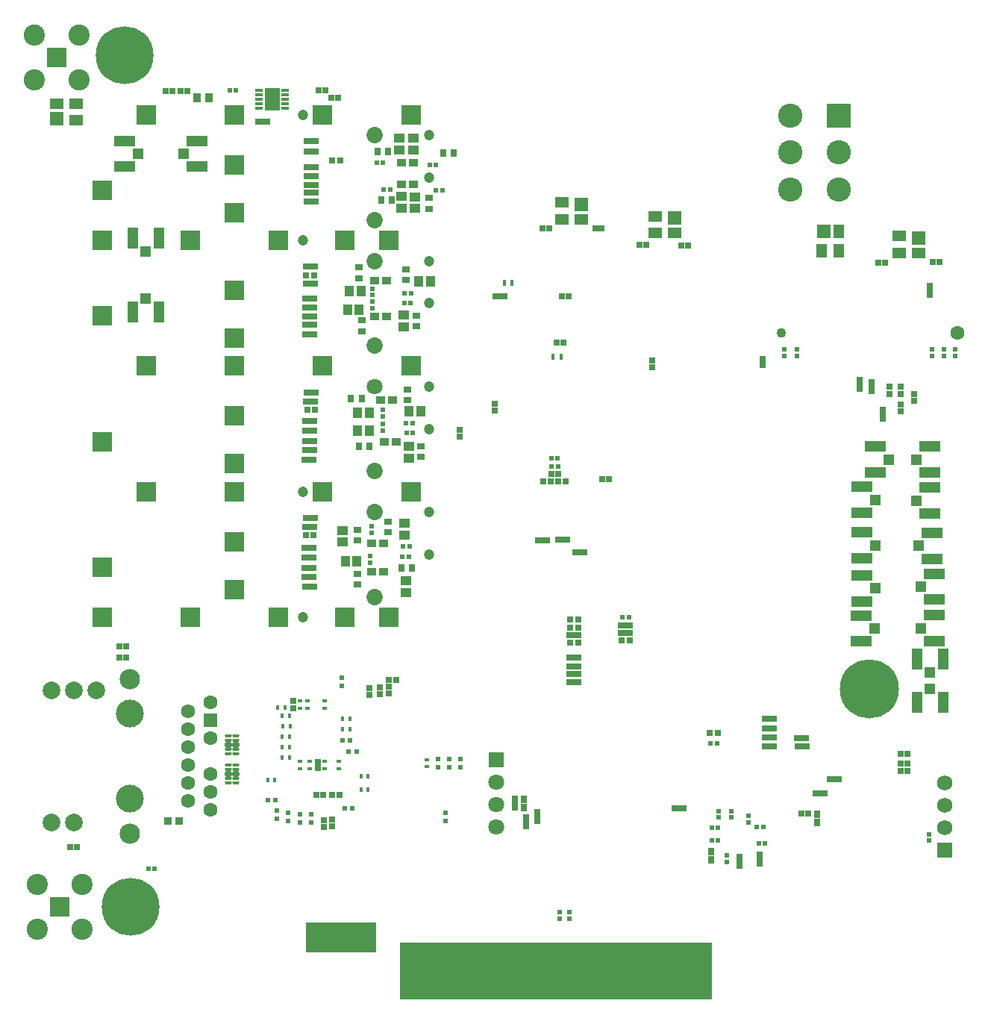
<source format=gbs>
G04*
G04 #@! TF.GenerationSoftware,Altium Limited,Altium Designer,24.4.1 (13)*
G04*
G04 Layer_Color=16711935*
%FSLAX44Y44*%
%MOMM*%
G71*
G04*
G04 #@! TF.SameCoordinates,EFBD3F8D-071C-412C-B344-986AE508E9F6*
G04*
G04*
G04 #@! TF.FilePolarity,Negative*
G04*
G01*
G75*
%ADD21R,0.5811X0.5121*%
%ADD26R,0.5121X0.5811*%
%ADD51R,0.7500X0.9000*%
%ADD52R,0.4000X0.5000*%
%ADD63R,0.4500X0.6750*%
%ADD77R,0.7154X0.6725*%
%ADD112R,1.7000X2.5000*%
%ADD113R,0.9500X0.3700*%
%ADD114R,0.9500X0.3700*%
%ADD115R,8.0000X3.4500*%
%ADD118R,0.8032X0.8532*%
%ADD119R,0.8532X0.8032*%
%ADD122R,0.7532X0.7032*%
%ADD123R,0.9144X4.3942*%
%ADD128R,0.7032X0.7532*%
%ADD131R,1.2532X2.4032*%
%ADD132R,1.2032X1.2532*%
%ADD134R,0.7532X0.7532*%
%ADD140R,1.2532X1.2032*%
%ADD141R,2.4032X1.2532*%
%ADD149R,1.6032X1.6032*%
%ADD150R,1.2032X1.6032*%
%ADD151R,0.7532X0.7532*%
%ADD159R,0.9032X1.1032*%
%ADD160R,0.9144X3.4036*%
%ADD161C,1.4532*%
%ADD162C,2.4032*%
%ADD163R,2.2032X2.2032*%
%ADD164C,3.1532*%
%ADD165C,2.0032*%
%ADD166C,2.3032*%
%ADD167C,1.6032*%
%ADD168R,2.3032X2.3032*%
%ADD169C,1.2032*%
%ADD170C,1.8532*%
%ADD171C,1.8032*%
%ADD172C,6.7032*%
%ADD173C,1.1000*%
%ADD174C,1.6000*%
%ADD175C,6.5532*%
%ADD176R,2.7500X2.7500*%
%ADD177C,2.7500*%
%ADD178R,1.7532X1.7532*%
%ADD179C,1.7532*%
%ADD180R,1.8032X1.8032*%
%ADD212R,0.5682X0.5725*%
%ADD213R,0.8500X0.9000*%
%ADD219R,0.5725X0.5682*%
%ADD220R,0.5000X0.4000*%
%ADD221R,0.4682X0.4725*%
%ADD222R,1.1061X0.9582*%
%ADD224R,0.9000X0.7500*%
%ADD227R,35.3500X6.5376*%
%ADD228R,0.6532X0.6532*%
%ADD229R,1.6032X1.6032*%
%ADD230R,1.6032X1.2032*%
G04:AMPARAMS|DCode=231|XSize=0.4032mm|YSize=0.7682mm|CornerRadius=0.1516mm|HoleSize=0mm|Usage=FLASHONLY|Rotation=270.000|XOffset=0mm|YOffset=0mm|HoleType=Round|Shape=RoundedRectangle|*
%AMROUNDEDRECTD231*
21,1,0.4032,0.4650,0,0,270.0*
21,1,0.1000,0.7682,0,0,270.0*
1,1,0.3032,-0.2325,-0.0500*
1,1,0.3032,-0.2325,0.0500*
1,1,0.3032,0.2325,0.0500*
1,1,0.3032,0.2325,-0.0500*
%
%ADD231ROUNDEDRECTD231*%
G04:AMPARAMS|DCode=232|XSize=0.6032mm|YSize=0.7682mm|CornerRadius=0.1516mm|HoleSize=0mm|Usage=FLASHONLY|Rotation=270.000|XOffset=0mm|YOffset=0mm|HoleType=Round|Shape=RoundedRectangle|*
%AMROUNDEDRECTD232*
21,1,0.6032,0.4650,0,0,270.0*
21,1,0.3000,0.7682,0,0,270.0*
1,1,0.3032,-0.2325,-0.1500*
1,1,0.3032,-0.2325,0.1500*
1,1,0.3032,0.2325,0.1500*
1,1,0.3032,0.2325,-0.1500*
%
%ADD232ROUNDEDRECTD232*%
%ADD233R,0.6532X0.6532*%
%ADD234R,1.1032X1.2032*%
%ADD235R,1.2032X1.1032*%
%ADD236R,0.7832X0.7432*%
D21*
X174345Y-31000D02*
D03*
X181655D02*
D03*
X82134Y-914108D02*
D03*
X89444D02*
D03*
X356301Y-143390D02*
D03*
X348990D02*
D03*
X341193Y-112982D02*
D03*
X348504D02*
D03*
X372567Y-271890D02*
D03*
X379878D02*
D03*
X372962Y-260890D02*
D03*
X380272D02*
D03*
X401192Y-115390D02*
D03*
X408503D02*
D03*
X370585Y-559864D02*
D03*
X377896D02*
D03*
X371204Y-548142D02*
D03*
X378515D02*
D03*
X374966Y-419390D02*
D03*
X382276D02*
D03*
X374445Y-408890D02*
D03*
X381756D02*
D03*
X546736Y-448715D02*
D03*
X539425D02*
D03*
X546883Y-457302D02*
D03*
X539572D02*
D03*
X772305Y-866385D02*
D03*
X779616D02*
D03*
X774801Y-885185D02*
D03*
X782112D02*
D03*
X728616Y-882081D02*
D03*
X721305D02*
D03*
X728616Y-867081D02*
D03*
X721305D02*
D03*
X620101Y-628439D02*
D03*
X627412D02*
D03*
X415884Y-144387D02*
D03*
X408573D02*
D03*
X727491Y-772238D02*
D03*
X720181D02*
D03*
D26*
X818500Y-325113D02*
D03*
Y-332424D02*
D03*
X997500Y-325113D02*
D03*
Y-332424D02*
D03*
X971500Y-325113D02*
D03*
Y-332424D02*
D03*
X985000Y-325113D02*
D03*
Y-332424D02*
D03*
X803889Y-325113D02*
D03*
Y-332424D02*
D03*
X336559Y-277866D02*
D03*
Y-270555D02*
D03*
X336559Y-256017D02*
D03*
Y-263328D02*
D03*
X333559Y-566817D02*
D03*
Y-559506D02*
D03*
X335404Y-533045D02*
D03*
Y-525735D02*
D03*
X348542Y-416856D02*
D03*
Y-409546D02*
D03*
X348504Y-393352D02*
D03*
Y-400663D02*
D03*
X763346Y-854007D02*
D03*
Y-861317D02*
D03*
X548944Y-970379D02*
D03*
Y-963069D02*
D03*
X738260Y-899229D02*
D03*
Y-906540D02*
D03*
X729104Y-855780D02*
D03*
Y-848469D02*
D03*
X743260Y-856044D02*
D03*
Y-848733D02*
D03*
X968000Y-882055D02*
D03*
Y-874745D02*
D03*
X559866Y-963069D02*
D03*
Y-970379D02*
D03*
D51*
X358645Y-155423D02*
D03*
X346645D02*
D03*
X342542Y-100000D02*
D03*
X354542D02*
D03*
X332809Y-434890D02*
D03*
X320809D02*
D03*
X324231Y-380565D02*
D03*
X312231D02*
D03*
X369439Y-572890D02*
D03*
X381439D02*
D03*
X428894Y-102272D02*
D03*
X416894D02*
D03*
D52*
X331341Y-809036D02*
D03*
X323341D02*
D03*
X331341Y-824056D02*
D03*
X323341D02*
D03*
X242312Y-788115D02*
D03*
X234312D02*
D03*
X242312Y-776115D02*
D03*
X234312D02*
D03*
X217620Y-813567D02*
D03*
X225620D02*
D03*
X302813Y-756115D02*
D03*
X310813D02*
D03*
X302813Y-744115D02*
D03*
X310813D02*
D03*
X243063Y-752321D02*
D03*
X235063D02*
D03*
X242312Y-764116D02*
D03*
X234312D02*
D03*
X242312Y-740115D02*
D03*
X234312D02*
D03*
X237151Y-731115D02*
D03*
X229151D02*
D03*
D63*
X541065Y-333429D02*
D03*
X550316D02*
D03*
X495084Y-249548D02*
D03*
X485834D02*
D03*
D77*
X719051Y-760238D02*
D03*
X728622D02*
D03*
D112*
X222750Y-41000D02*
D03*
D113*
X208001Y-31000D02*
D03*
Y-36000D02*
D03*
X208000Y-46000D02*
D03*
Y-51000D02*
D03*
X237499D02*
D03*
Y-46000D02*
D03*
X237500Y-36000D02*
D03*
Y-31000D02*
D03*
D114*
X207999Y-41000D02*
D03*
X237499D02*
D03*
D115*
X301000Y-992374D02*
D03*
D118*
X915500Y-394373D02*
D03*
Y-402873D02*
D03*
X969000Y-253275D02*
D03*
Y-261776D02*
D03*
X889000Y-369139D02*
D03*
Y-360639D02*
D03*
X903108Y-362918D02*
D03*
Y-371418D02*
D03*
X840973Y-861162D02*
D03*
Y-852662D02*
D03*
X775960Y-907135D02*
D03*
Y-898635D02*
D03*
X753260Y-909631D02*
D03*
Y-901131D02*
D03*
X720850Y-903479D02*
D03*
Y-894979D02*
D03*
X510444Y-864703D02*
D03*
Y-856203D02*
D03*
X497870Y-835243D02*
D03*
Y-843743D02*
D03*
X507838Y-835732D02*
D03*
Y-844232D02*
D03*
X523350Y-858811D02*
D03*
Y-850311D02*
D03*
D119*
X576369Y-554723D02*
D03*
X567869D02*
D03*
X556155Y-540991D02*
D03*
X547655D02*
D03*
X533471Y-541390D02*
D03*
X524971D02*
D03*
X216500Y-66125D02*
D03*
X208000D02*
D03*
X268552Y-560890D02*
D03*
X260052D02*
D03*
X268804Y-549890D02*
D03*
X260304D02*
D03*
X269312Y-593930D02*
D03*
X260812D02*
D03*
X268804Y-583390D02*
D03*
X260304D02*
D03*
X268312Y-572890D02*
D03*
X259812D02*
D03*
X269312Y-526558D02*
D03*
X260812D02*
D03*
X268804Y-450150D02*
D03*
X260304D02*
D03*
X269281Y-439390D02*
D03*
X260781D02*
D03*
X269281Y-428890D02*
D03*
X260781D02*
D03*
X269312Y-405664D02*
D03*
X260812D02*
D03*
X269312Y-296890D02*
D03*
X260812D02*
D03*
X269552Y-307890D02*
D03*
X261052D02*
D03*
X269312Y-287683D02*
D03*
X260812D02*
D03*
X269722Y-267065D02*
D03*
X261222D02*
D03*
X270552Y-515818D02*
D03*
X262052D02*
D03*
X269910Y-416890D02*
D03*
X261410D02*
D03*
X270312Y-384058D02*
D03*
X261812D02*
D03*
X271059Y-373876D02*
D03*
X262559D02*
D03*
X269804Y-277481D02*
D03*
X261304D02*
D03*
X270552Y-250390D02*
D03*
X262053D02*
D03*
X271059Y-138500D02*
D03*
X262559D02*
D03*
X271059Y-128000D02*
D03*
X262559D02*
D03*
X271041Y-118500D02*
D03*
X262541D02*
D03*
X271041Y-100000D02*
D03*
X262541D02*
D03*
X271041Y-88250D02*
D03*
X262541D02*
D03*
X270281Y-230818D02*
D03*
X261781D02*
D03*
X271041Y-147387D02*
D03*
X262541D02*
D03*
X271059Y-157440D02*
D03*
X262559D02*
D03*
X856233Y-812677D02*
D03*
X864733D02*
D03*
X819501Y-775238D02*
D03*
X828001D02*
D03*
X819195Y-766260D02*
D03*
X827695D02*
D03*
X840444Y-828439D02*
D03*
X848944D02*
D03*
X680170Y-845103D02*
D03*
X688670D02*
D03*
X476586Y-264664D02*
D03*
X485087D02*
D03*
X782412Y-775318D02*
D03*
X790912D02*
D03*
X782412Y-765238D02*
D03*
X790912D02*
D03*
X782351Y-744279D02*
D03*
X790851D02*
D03*
X782412Y-754680D02*
D03*
X790912D02*
D03*
X561007Y-674689D02*
D03*
X569507D02*
D03*
X560955Y-684337D02*
D03*
X569456D02*
D03*
X560762Y-693119D02*
D03*
X569263D02*
D03*
X561007Y-702690D02*
D03*
X569507D02*
D03*
X628007Y-637689D02*
D03*
X619506D02*
D03*
X628007Y-646690D02*
D03*
X619506D02*
D03*
X561007Y-648690D02*
D03*
X569507D02*
D03*
D122*
X49725Y-661955D02*
D03*
X57225D02*
D03*
X49725Y-674705D02*
D03*
X57225D02*
D03*
X1150Y-889357D02*
D03*
X-6350D02*
D03*
X275222Y-31375D02*
D03*
X282722D02*
D03*
X297361Y-39650D02*
D03*
X289861D02*
D03*
X102250Y-32211D02*
D03*
X109750D02*
D03*
X126326D02*
D03*
X118825D02*
D03*
X559129Y-264664D02*
D03*
X551629D02*
D03*
X529451Y-187499D02*
D03*
X536951D02*
D03*
X596678Y-187988D02*
D03*
X589178D02*
D03*
X639485Y-205899D02*
D03*
X646985D02*
D03*
X979610Y-225664D02*
D03*
X972110D02*
D03*
X686662Y-206899D02*
D03*
X694162D02*
D03*
X910250Y-226777D02*
D03*
X917750D02*
D03*
X935916Y-783318D02*
D03*
X943416D02*
D03*
X545891Y-317000D02*
D03*
X553391D02*
D03*
X604800Y-472275D02*
D03*
X597300D02*
D03*
X943416Y-794625D02*
D03*
X935916D02*
D03*
X943416Y-803530D02*
D03*
X935916D02*
D03*
X547243Y-466011D02*
D03*
X539743D02*
D03*
X822941Y-851375D02*
D03*
X830441D02*
D03*
D123*
X401460Y-1019624D02*
D03*
X391460D02*
D03*
X411460D02*
D03*
X571460D02*
D03*
X591459D02*
D03*
X661459D02*
D03*
X701459D02*
D03*
X621459D02*
D03*
X671459D02*
D03*
X631459D02*
D03*
X511460D02*
D03*
X541460D02*
D03*
X581459D02*
D03*
X451460D02*
D03*
X441460D02*
D03*
X431460D02*
D03*
X421460D02*
D03*
X481460D02*
D03*
X521460D02*
D03*
X531460D02*
D03*
X551460D02*
D03*
X561460D02*
D03*
X641459D02*
D03*
X601459D02*
D03*
X651459D02*
D03*
X681459D02*
D03*
X691459D02*
D03*
X611459D02*
D03*
X461460D02*
D03*
X471460D02*
D03*
X711459D02*
D03*
D128*
X290563Y-866044D02*
D03*
Y-858544D02*
D03*
X281253Y-866273D02*
D03*
Y-858773D02*
D03*
X778867Y-342957D02*
D03*
Y-335457D02*
D03*
X475500Y-394498D02*
D03*
Y-386998D02*
D03*
X274563Y-800115D02*
D03*
Y-792615D02*
D03*
X355247Y-707856D02*
D03*
Y-715356D02*
D03*
X345168Y-708417D02*
D03*
Y-715918D02*
D03*
X333166Y-708979D02*
D03*
Y-716480D02*
D03*
X653707Y-345164D02*
D03*
Y-337664D02*
D03*
X435247Y-424061D02*
D03*
Y-416561D02*
D03*
D131*
X983759Y-725322D02*
D03*
X954258D02*
D03*
Y-676186D02*
D03*
X983759D02*
D03*
X94042Y-282523D02*
D03*
X64542D02*
D03*
Y-198936D02*
D03*
X94042D02*
D03*
D132*
X969009Y-710072D02*
D03*
Y-691435D02*
D03*
X79292Y-267273D02*
D03*
Y-214186D02*
D03*
D134*
X246563Y-732366D02*
D03*
Y-723365D02*
D03*
D140*
X956250Y-547755D02*
D03*
X907250Y-547145D02*
D03*
X70140Y-103000D02*
D03*
X953758Y-449706D02*
D03*
X921968D02*
D03*
X906718Y-495670D02*
D03*
X953758Y-496395D02*
D03*
X121867Y-103000D02*
D03*
X958371Y-594047D02*
D03*
X905940Y-641460D02*
D03*
X958811Y-641323D02*
D03*
X906718Y-595847D02*
D03*
D141*
X971500Y-533005D02*
D03*
Y-562505D02*
D03*
X892000Y-561895D02*
D03*
Y-532395D02*
D03*
X54890Y-117750D02*
D03*
Y-88250D02*
D03*
X969009Y-434956D02*
D03*
Y-464456D02*
D03*
X906718D02*
D03*
Y-434956D02*
D03*
X891468Y-510420D02*
D03*
Y-480920D02*
D03*
X969009Y-481645D02*
D03*
Y-511145D02*
D03*
X137117Y-88250D02*
D03*
Y-117750D02*
D03*
X973621Y-579297D02*
D03*
Y-608797D02*
D03*
X890690Y-656210D02*
D03*
Y-626710D02*
D03*
X974061Y-626573D02*
D03*
Y-656073D02*
D03*
X891468Y-610597D02*
D03*
Y-581097D02*
D03*
D149*
X848278Y-190899D02*
D03*
X152340Y-745831D02*
D03*
D150*
X846278Y-212899D02*
D03*
X865278D02*
D03*
Y-190899D02*
D03*
D151*
X290861Y-110296D02*
D03*
X299861D02*
D03*
X269814Y-535247D02*
D03*
X260814D02*
D03*
X270054Y-240700D02*
D03*
X261054D02*
D03*
X271446Y-393161D02*
D03*
X262446D02*
D03*
X539136Y-474975D02*
D03*
X530136D02*
D03*
X569757Y-657189D02*
D03*
X560757D02*
D03*
X569757Y-631689D02*
D03*
X560757D02*
D03*
X569757Y-640189D02*
D03*
X560757D02*
D03*
X619256Y-655189D02*
D03*
X628257D02*
D03*
D159*
X151000Y-39650D02*
D03*
X137000D02*
D03*
D160*
X381460Y-1014671D02*
D03*
D161*
X339000Y-82000D02*
D03*
Y-178000D02*
D03*
Y-605500D02*
D03*
Y-509500D02*
D03*
X339000Y-367000D02*
D03*
Y-463000D02*
D03*
X338864Y-320500D02*
D03*
Y-224500D02*
D03*
D162*
X-47400Y31922D02*
D03*
Y-18878D02*
D03*
X3400D02*
D03*
Y31922D02*
D03*
X-43400Y-931600D02*
D03*
Y-982400D02*
D03*
X7400D02*
D03*
Y-931600D02*
D03*
D163*
X-22000Y6522D02*
D03*
X-18000Y-957000D02*
D03*
D164*
X60900Y-738211D02*
D03*
Y-834731D02*
D03*
D165*
X22800Y-711286D02*
D03*
X-28000D02*
D03*
X-2600D02*
D03*
Y-861655D02*
D03*
X-28000D02*
D03*
D166*
X60900Y-698587D02*
D03*
Y-874354D02*
D03*
D167*
X152340Y-847430D02*
D03*
X126940Y-837271D02*
D03*
X152340Y-827111D02*
D03*
Y-806790D02*
D03*
Y-725510D02*
D03*
X126940Y-816951D02*
D03*
Y-796630D02*
D03*
Y-776311D02*
D03*
Y-755991D02*
D03*
Y-735670D02*
D03*
X152340Y-766151D02*
D03*
D168*
X180000Y-543000D02*
D03*
Y-400500D02*
D03*
Y-258000D02*
D03*
Y-115500D02*
D03*
Y-597000D02*
D03*
X30000Y-572000D02*
D03*
X180000Y-454500D02*
D03*
X30000Y-429500D02*
D03*
X180000Y-312000D02*
D03*
X30000Y-287000D02*
D03*
X180000Y-169500D02*
D03*
X30000Y-144500D02*
D03*
X355000Y-628700D02*
D03*
X305000D02*
D03*
X380000Y-343700D02*
D03*
X355000Y-201200D02*
D03*
X305000D02*
D03*
X280000Y-343700D02*
D03*
X80000D02*
D03*
X180000D02*
D03*
X80000Y-486200D02*
D03*
X230000Y-628700D02*
D03*
X130000D02*
D03*
X30000D02*
D03*
X230000Y-201200D02*
D03*
X130000D02*
D03*
X30000D02*
D03*
X180000Y-486200D02*
D03*
X380000D02*
D03*
X280000D02*
D03*
Y-58700D02*
D03*
X380000D02*
D03*
X180000D02*
D03*
X80000D02*
D03*
D169*
X401000Y-557500D02*
D03*
Y-509500D02*
D03*
Y-415000D02*
D03*
Y-367000D02*
D03*
Y-272500D02*
D03*
Y-224500D02*
D03*
Y-130000D02*
D03*
Y-82000D02*
D03*
X258000Y-628700D02*
D03*
Y-486200D02*
D03*
Y-201200D02*
D03*
Y-58700D02*
D03*
D170*
X339000Y-509500D02*
D03*
Y-605500D02*
D03*
Y-463000D02*
D03*
Y-224500D02*
D03*
Y-320500D02*
D03*
Y-82000D02*
D03*
Y-178000D02*
D03*
D171*
Y-367000D02*
D03*
X477151Y-866951D02*
D03*
Y-841551D02*
D03*
Y-816151D02*
D03*
D172*
X900000Y-710268D02*
D03*
D173*
X800000Y-306018D02*
D03*
D174*
X1000000D02*
D03*
D175*
X54890Y9000D02*
D03*
X62353Y-957000D02*
D03*
D176*
X865514Y-59629D02*
D03*
D177*
Y-101629D02*
D03*
Y-143629D02*
D03*
X810514Y-59629D02*
D03*
Y-101629D02*
D03*
Y-143629D02*
D03*
D178*
X986000Y-892800D02*
D03*
D179*
Y-867400D02*
D03*
Y-842000D02*
D03*
Y-816600D02*
D03*
D180*
X477151Y-790751D02*
D03*
D212*
X318197Y-781266D02*
D03*
X309154D02*
D03*
X217673Y-835843D02*
D03*
X226716D02*
D03*
X313675Y-845182D02*
D03*
X304633D02*
D03*
D213*
X117500Y-859683D02*
D03*
X104500D02*
D03*
D219*
X435902Y-798934D02*
D03*
Y-789891D02*
D03*
X419247Y-850646D02*
D03*
Y-859689D02*
D03*
X410502Y-798934D02*
D03*
Y-789891D02*
D03*
X423202Y-789891D02*
D03*
Y-798934D02*
D03*
X267152Y-861364D02*
D03*
Y-852321D02*
D03*
X254075Y-852321D02*
D03*
Y-861364D02*
D03*
X240312Y-850640D02*
D03*
Y-859683D02*
D03*
X227620Y-848023D02*
D03*
Y-857066D02*
D03*
X302063Y-706364D02*
D03*
Y-697321D02*
D03*
D220*
X397802Y-798412D02*
D03*
Y-790412D02*
D03*
X298563Y-792365D02*
D03*
Y-800365D02*
D03*
X282563Y-792365D02*
D03*
Y-800365D02*
D03*
X265563Y-792365D02*
D03*
Y-800365D02*
D03*
X254562Y-792365D02*
D03*
Y-800365D02*
D03*
X282563Y-731865D02*
D03*
Y-723866D02*
D03*
X262563Y-731865D02*
D03*
Y-723865D02*
D03*
X254563Y-731865D02*
D03*
Y-723865D02*
D03*
D221*
X310834Y-768115D02*
D03*
X302791D02*
D03*
D222*
X339221Y-287539D02*
D03*
X352743D02*
D03*
X339221Y-246532D02*
D03*
X352743D02*
D03*
X383094Y-137390D02*
D03*
X369572D02*
D03*
X369199Y-113390D02*
D03*
X382721D02*
D03*
X335312Y-577119D02*
D03*
X348833D02*
D03*
X335393Y-545140D02*
D03*
X348915D02*
D03*
X349673Y-430183D02*
D03*
X363195D02*
D03*
X345885Y-382533D02*
D03*
X359406D02*
D03*
D224*
X320809Y-244014D02*
D03*
Y-232015D02*
D03*
X374100Y-233890D02*
D03*
Y-245890D02*
D03*
X386271Y-286890D02*
D03*
Y-298890D02*
D03*
X400348Y-153208D02*
D03*
Y-165208D02*
D03*
X319415Y-579890D02*
D03*
Y-591890D02*
D03*
X319748Y-541390D02*
D03*
Y-529390D02*
D03*
X354445Y-532558D02*
D03*
Y-520558D02*
D03*
X324248Y-304172D02*
D03*
Y-292173D02*
D03*
X375937Y-382390D02*
D03*
Y-370390D02*
D03*
X391786Y-435079D02*
D03*
Y-447079D02*
D03*
D227*
X544250Y-1029812D02*
D03*
D228*
X355320Y-699724D02*
D03*
X363320D02*
D03*
X280501Y-830663D02*
D03*
X272502D02*
D03*
X290923D02*
D03*
X298923D02*
D03*
D229*
X956500Y-198335D02*
D03*
X679415Y-175750D02*
D03*
X573300Y-160250D02*
D03*
X-22000Y-63000D02*
D03*
D230*
X956500Y-215335D02*
D03*
X934500D02*
D03*
Y-196335D02*
D03*
X657415Y-173750D02*
D03*
Y-192750D02*
D03*
X679415D02*
D03*
X573300Y-177250D02*
D03*
X551300D02*
D03*
Y-158250D02*
D03*
X-22000Y-46000D02*
D03*
X0D02*
D03*
Y-65000D02*
D03*
D231*
X173271Y-816790D02*
D03*
Y-811790D02*
D03*
Y-801790D02*
D03*
Y-796790D02*
D03*
X181621D02*
D03*
Y-801790D02*
D03*
Y-811790D02*
D03*
Y-816790D02*
D03*
X173271Y-783551D02*
D03*
Y-778551D02*
D03*
Y-768551D02*
D03*
Y-763551D02*
D03*
X181621D02*
D03*
Y-768551D02*
D03*
Y-778551D02*
D03*
Y-783551D02*
D03*
D232*
X173271Y-806790D02*
D03*
X181621D02*
D03*
X173271Y-773551D02*
D03*
X181621D02*
D03*
D233*
X935500Y-387362D02*
D03*
Y-395362D02*
D03*
X951000Y-375475D02*
D03*
Y-383475D02*
D03*
X936000Y-375475D02*
D03*
Y-367475D02*
D03*
X923500Y-375475D02*
D03*
Y-367475D02*
D03*
D234*
X308059Y-279524D02*
D03*
X321559D02*
D03*
X310309Y-258575D02*
D03*
X323809D02*
D03*
X402559Y-247708D02*
D03*
X389059D02*
D03*
X305484Y-564864D02*
D03*
X318984D02*
D03*
X319731Y-417131D02*
D03*
X333231D02*
D03*
X319309Y-396390D02*
D03*
X332809D02*
D03*
X391230Y-395390D02*
D03*
X377730D02*
D03*
D235*
X371984Y-299640D02*
D03*
Y-286140D02*
D03*
X384891Y-165140D02*
D03*
Y-151640D02*
D03*
X369809Y-164423D02*
D03*
Y-150923D02*
D03*
X366809Y-98640D02*
D03*
Y-85140D02*
D03*
X382783Y-98390D02*
D03*
Y-84890D02*
D03*
X302626Y-530140D02*
D03*
Y-543640D02*
D03*
X374794Y-600640D02*
D03*
Y-587140D02*
D03*
X372772Y-521890D02*
D03*
Y-535390D02*
D03*
X377890Y-448012D02*
D03*
Y-434512D02*
D03*
D236*
X555249Y-474975D02*
D03*
X547449D02*
D03*
M02*

</source>
